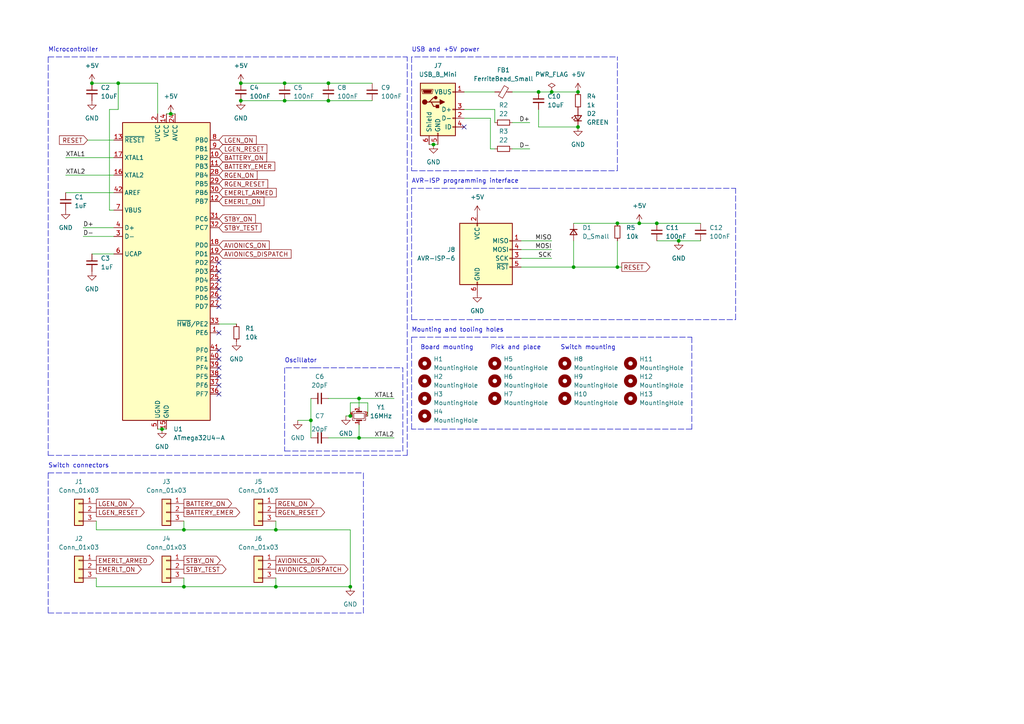
<source format=kicad_sch>
(kicad_sch (version 20211123) (generator eeschema)
  (paper "A4")
  (lib_symbols
    (symbol "Connector:AVR-ISP-6" (pin_names (offset 1.016))
      (property "Reference" "J" (at -6.35 11.43 0))
      (property "Value" "AVR-ISP-6" (at 0 11.43 0))
      (symbol "AVR-ISP-6_0_1"
        (rectangle (start -2.667 -6.858) (end -2.413 -7.62))
        (rectangle (start -2.667 10.16) (end -2.413 9.398))
        (rectangle (start 7.62 -2.413) (end 6.858 -2.667))
        (rectangle (start 7.62 0.127) (end 6.858 -0.127))
        (rectangle (start 7.62 2.667) (end 6.858 2.413))
        (rectangle (start 7.62 5.207) (end 6.858 4.953))
        (rectangle (start 7.62 10.16) (end -7.62 -7.62) (stroke (width 0.254)) (fill (type background)))
      )
      (symbol "AVR-ISP-6_1_1"
        (pin passive line (at 10.16 5.08 180) (length 2.54) (name "MISO") (number "1"))
        (pin passive line (at -2.54 12.7 270) (length 2.54) (name "VCC") (number "2"))
        (pin passive line (at 10.16 0 180) (length 2.54) (name "SCK") (number "3"))
        (pin passive line (at 10.16 2.54 180) (length 2.54) (name "MOSI") (number "4"))
        (pin passive line (at 10.16 -2.54 180) (length 2.54) (name "~{RST}") (number "5"))
        (pin passive line (at -2.54 -10.16 90) (length 2.54) (name "GND") (number "6"))
      )
    )
    (symbol "Connector:USB_B_Mini" (pin_names (offset 1.016))
      (property "Reference" "J" (at -5.08 11.43 0))
      (property "Value" "USB_B_Mini" (at -5.08 8.89 0))
      (symbol "USB_B_Mini_0_1"
        (rectangle (start -5.08 -7.62) (end 5.08 7.62) (stroke (width 0.254)) (fill (type background)))
        (circle (center -3.81 2.159) (radius 0.635) (stroke (width 0.254)) (fill (type outline)))
        (circle (center -0.635 3.429) (radius 0.381) (stroke (width 0.254)) (fill (type outline)))
        (rectangle (start -0.127 -7.62) (end 0.127 -6.858))
        (polyline (pts (xy -1.905 2.159) (xy 0.635 2.159)) (stroke (width 0.254)))
        (polyline (pts (xy -3.175 2.159) (xy -2.54 2.159) (xy -1.27 3.429) (xy -0.635 3.429)) (stroke (width 0.254)))
        (polyline (pts (xy -2.54 2.159) (xy -1.905 2.159) (xy -1.27 0.889) (xy 0 0.889)) (stroke (width 0.254)))
        (polyline (pts (xy 0.635 2.794) (xy 0.635 1.524) (xy 1.905 2.159) (xy 0.635 2.794)) (stroke (width 0.254)) (fill (type outline)))
        (polyline (pts (xy -4.318 5.588) (xy -1.778 5.588) (xy -2.032 4.826) (xy -4.064 4.826) (xy -4.318 5.588)) (fill (type outline)))
        (polyline (pts (xy -4.699 5.842) (xy -4.699 5.588) (xy -4.445 4.826) (xy -4.445 4.572) (xy -1.651 4.572) (xy -1.651 4.826) (xy -1.397 5.588) (xy -1.397 5.842) (xy -4.699 5.842)))
        (rectangle (start 0.254 1.27) (end -0.508 0.508) (stroke (width 0.254)) (fill (type outline)))
        (rectangle (start 5.08 -5.207) (end 4.318 -4.953))
        (rectangle (start 5.08 -2.667) (end 4.318 -2.413))
        (rectangle (start 5.08 -0.127) (end 4.318 0.127))
        (rectangle (start 5.08 4.953) (end 4.318 5.207))
      )
      (symbol "USB_B_Mini_1_1"
        (pin power_out line (at 7.62 5.08 180) (length 2.54) (name "VBUS") (number "1"))
        (pin bidirectional line (at 7.62 -2.54 180) (length 2.54) (name "D-") (number "2"))
        (pin bidirectional line (at 7.62 0 180) (length 2.54) (name "D+") (number "3"))
        (pin passive line (at 7.62 -5.08 180) (length 2.54) (name "ID") (number "4"))
        (pin power_out line (at 0 -10.16 90) (length 2.54) (name "GND") (number "5"))
        (pin passive line (at -2.54 -10.16 90) (length 2.54) (name "Shield") (number "6"))
      )
    )
    (symbol "Connector_Generic:Conn_01x03" (pin_names (offset 1.016) hide)
      (property "Reference" "J" (at 0 5.08 0))
      (property "Value" "Conn_01x03" (at 0 -5.08 0))
      (symbol "Conn_01x03_1_1"
        (rectangle (start -1.27 -2.413) (end 0 -2.667) (stroke (width 0.1524)))
        (rectangle (start -1.27 0.127) (end 0 -0.127) (stroke (width 0.1524)))
        (rectangle (start -1.27 2.667) (end 0 2.413) (stroke (width 0.1524)))
        (rectangle (start -1.27 3.81) (end 1.27 -3.81) (stroke (width 0.254)) (fill (type background)))
        (pin passive line (at -5.08 2.54 0) (length 3.81) (name "Pin_1") (number "1"))
        (pin passive line (at -5.08 0 0) (length 3.81) (name "Pin_2") (number "2"))
        (pin passive line (at -5.08 -2.54 0) (length 3.81) (name "Pin_3") (number "3"))
      )
    )
    (symbol "Device:C_Small" (pin_numbers hide) (pin_names (offset 0.254) hide)
      (property "Reference" "C" (at 0.254 1.778 0))
      (property "Value" "C_Small" (at 0.254 -2.032 0))
      (symbol "C_Small_0_1"
        (polyline (pts (xy -1.524 -0.508) (xy 1.524 -0.508)) (stroke (width 0.3302)))
        (polyline (pts (xy -1.524 0.508) (xy 1.524 0.508)) (stroke (width 0.3048)))
      )
      (symbol "C_Small_1_1"
        (pin passive line (at 0 2.54 270) (length 2.032) (name "~") (number "1"))
        (pin passive line (at 0 -2.54 90) (length 2.032) (name "~") (number "2"))
      )
    )
    (symbol "Device:Crystal_GND24_Small" (pin_names (offset 1.016) hide)
      (property "Reference" "Y" (at 1.27 4.445 0))
      (property "Value" "Crystal_GND24_Small" (at 1.27 2.54 0))
      (symbol "Crystal_GND24_Small_0_1"
        (rectangle (start -0.762 -1.524) (end 0.762 1.524))
        (polyline (pts (xy -1.27 -0.762) (xy -1.27 0.762)) (stroke (width 0.381)))
        (polyline (pts (xy 1.27 -0.762) (xy 1.27 0.762)) (stroke (width 0.381)))
        (polyline (pts (xy -1.27 -1.27) (xy -1.27 -1.905) (xy 1.27 -1.905) (xy 1.27 -1.27)))
        (polyline (pts (xy -1.27 1.27) (xy -1.27 1.905) (xy 1.27 1.905) (xy 1.27 1.27)))
      )
      (symbol "Crystal_GND24_Small_1_1"
        (pin passive line (at -2.54 0 0) (length 1.27) (name "1") (number "1"))
        (pin passive line (at 0 -2.54 90) (length 0.635) (name "2") (number "2"))
        (pin passive line (at 2.54 0 180) (length 1.27) (name "3") (number "3"))
        (pin passive line (at 0 2.54 270) (length 0.635) (name "4") (number "4"))
      )
    )
    (symbol "Device:D_Small" (pin_numbers hide) (pin_names (offset 0.254) hide)
      (property "Reference" "D" (at -1.27 2.032 0))
      (property "Value" "D_Small" (at -3.81 -2.032 0))
      (symbol "D_Small_0_1"
        (polyline (pts (xy -0.762 -1.016) (xy -0.762 1.016)) (stroke (width 0.254)))
        (polyline (pts (xy -0.762 0) (xy 0.762 0)))
        (polyline (pts (xy 0.762 -1.016) (xy -0.762 0) (xy 0.762 1.016) (xy 0.762 -1.016)) (stroke (width 0.254)))
      )
      (symbol "D_Small_1_1"
        (pin passive line (at -2.54 0 0) (length 1.778) (name "K") (number "1"))
        (pin passive line (at 2.54 0 180) (length 1.778) (name "A") (number "2"))
      )
    )
    (symbol "Device:FerriteBead_Small" (pin_numbers hide) (pin_names (offset 0))
      (property "Reference" "FB" (at 1.905 1.27 0))
      (property "Value" "FerriteBead_Small" (at 1.905 -1.27 0))
      (symbol "FerriteBead_Small_0_1"
        (polyline (pts (xy 0 -1.27) (xy 0 -0.7874)))
        (polyline (pts (xy 0 0.889) (xy 0 1.2954)))
        (polyline (pts (xy -1.8288 0.2794) (xy -1.1176 1.4986) (xy 1.8288 -0.2032) (xy 1.1176 -1.4224) (xy -1.8288 0.2794)))
      )
      (symbol "FerriteBead_Small_1_1"
        (pin passive line (at 0 2.54 270) (length 1.27) (name "~") (number "1"))
        (pin passive line (at 0 -2.54 90) (length 1.27) (name "~") (number "2"))
      )
    )
    (symbol "Device:LED_Small" (pin_numbers hide) (pin_names (offset 0.254) hide)
      (property "Reference" "D" (at -1.27 3.175 0))
      (property "Value" "LED_Small" (at -4.445 -2.54 0))
      (symbol "LED_Small_0_1"
        (polyline (pts (xy -0.762 -1.016) (xy -0.762 1.016)) (stroke (width 0.254)))
        (polyline (pts (xy 1.016 0) (xy -0.762 0)))
        (polyline (pts (xy 0.762 -1.016) (xy -0.762 0) (xy 0.762 1.016) (xy 0.762 -1.016)) (stroke (width 0.254)))
        (polyline (pts (xy 0 0.762) (xy -0.508 1.27) (xy -0.254 1.27) (xy -0.508 1.27) (xy -0.508 1.016)))
        (polyline (pts (xy 0.508 1.27) (xy 0 1.778) (xy 0.254 1.778) (xy 0 1.778) (xy 0 1.524)))
      )
      (symbol "LED_Small_1_1"
        (pin passive line (at -2.54 0 0) (length 1.778) (name "K") (number "1"))
        (pin passive line (at 2.54 0 180) (length 1.778) (name "A") (number "2"))
      )
    )
    (symbol "Device:R_Small" (pin_numbers hide) (pin_names (offset 0.254) hide)
      (property "Reference" "R" (at 0.762 0.508 0))
      (property "Value" "R_Small" (at 0.762 -1.016 0))
      (symbol "R_Small_0_1"
        (rectangle (start -0.762 1.778) (end 0.762 -1.778) (stroke (width 0.2032)))
      )
      (symbol "R_Small_1_1"
        (pin passive line (at 0 2.54 270) (length 0.762) (name "~") (number "1"))
        (pin passive line (at 0 -2.54 90) (length 0.762) (name "~") (number "2"))
      )
    )
    (symbol "MCU_Microchip_ATmega:ATmega32U4-A"
      (property "Reference" "U" (at -12.7 44.45 0))
      (property "Value" "ATmega32U4-A" (at 2.54 -44.45 0))
      (symbol "ATmega32U4-A_0_1"
        (rectangle (start -12.7 -43.18) (end 12.7 43.18) (stroke (width 0.254)) (fill (type background)))
      )
      (symbol "ATmega32U4-A_1_1"
        (pin bidirectional line (at 15.24 -17.78 180) (length 2.54) (name "PE6") (number "1"))
        (pin bidirectional line (at 15.24 33.02 180) (length 2.54) (name "PB2") (number "10"))
        (pin bidirectional line (at 15.24 30.48 180) (length 2.54) (name "PB3") (number "11"))
        (pin bidirectional line (at 15.24 20.32 180) (length 2.54) (name "PB7") (number "12"))
        (pin input line (at -15.24 38.1 0) (length 2.54) (name "~{RESET}") (number "13"))
        (pin power_in line (at 0 45.72 270) (length 2.54) (name "VCC") (number "14"))
        (pin power_in line (at 0 -45.72 90) (length 2.54) (name "GND") (number "15"))
        (pin output line (at -15.24 27.94 0) (length 2.54) (name "XTAL2") (number "16"))
        (pin input line (at -15.24 33.02 0) (length 2.54) (name "XTAL1") (number "17"))
        (pin bidirectional line (at 15.24 7.62 180) (length 2.54) (name "PD0") (number "18"))
        (pin bidirectional line (at 15.24 5.08 180) (length 2.54) (name "PD1") (number "19"))
        (pin power_in line (at -2.54 45.72 270) (length 2.54) (name "UVCC") (number "2"))
        (pin bidirectional line (at 15.24 2.54 180) (length 2.54) (name "PD2") (number "20"))
        (pin bidirectional line (at 15.24 0 180) (length 2.54) (name "PD3") (number "21"))
        (pin bidirectional line (at 15.24 -5.08 180) (length 2.54) (name "PD5") (number "22"))
        (pin passive line (at 0 -45.72 90) (length 2.54) hide (name "GND") (number "23"))
        (pin power_in line (at 2.54 45.72 270) (length 2.54) (name "AVCC") (number "24"))
        (pin bidirectional line (at 15.24 -2.54 180) (length 2.54) (name "PD4") (number "25"))
        (pin bidirectional line (at 15.24 -7.62 180) (length 2.54) (name "PD6") (number "26"))
        (pin bidirectional line (at 15.24 -10.16 180) (length 2.54) (name "PD7") (number "27"))
        (pin bidirectional line (at 15.24 27.94 180) (length 2.54) (name "PB4") (number "28"))
        (pin bidirectional line (at 15.24 25.4 180) (length 2.54) (name "PB5") (number "29"))
        (pin bidirectional line (at -15.24 10.16 0) (length 2.54) (name "D-") (number "3"))
        (pin bidirectional line (at 15.24 22.86 180) (length 2.54) (name "PB6") (number "30"))
        (pin bidirectional line (at 15.24 15.24 180) (length 2.54) (name "PC6") (number "31"))
        (pin bidirectional line (at 15.24 12.7 180) (length 2.54) (name "PC7") (number "32"))
        (pin bidirectional line (at 15.24 -15.24 180) (length 2.54) (name "~{HWB}/PE2") (number "33"))
        (pin passive line (at 0 45.72 270) (length 2.54) hide (name "VCC") (number "34"))
        (pin passive line (at 0 -45.72 90) (length 2.54) hide (name "GND") (number "35"))
        (pin bidirectional line (at 15.24 -35.56 180) (length 2.54) (name "PF7") (number "36"))
        (pin bidirectional line (at 15.24 -33.02 180) (length 2.54) (name "PF6") (number "37"))
        (pin bidirectional line (at 15.24 -30.48 180) (length 2.54) (name "PF5") (number "38"))
        (pin bidirectional line (at 15.24 -27.94 180) (length 2.54) (name "PF4") (number "39"))
        (pin bidirectional line (at -15.24 12.7 0) (length 2.54) (name "D+") (number "4"))
        (pin bidirectional line (at 15.24 -25.4 180) (length 2.54) (name "PF1") (number "40"))
        (pin bidirectional line (at 15.24 -22.86 180) (length 2.54) (name "PF0") (number "41"))
        (pin passive line (at -15.24 22.86 0) (length 2.54) (name "AREF") (number "42"))
        (pin passive line (at 0 -45.72 90) (length 2.54) hide (name "GND") (number "43"))
        (pin passive line (at 2.54 45.72 270) (length 2.54) hide (name "AVCC") (number "44"))
        (pin passive line (at -2.54 -45.72 90) (length 2.54) (name "UGND") (number "5"))
        (pin passive line (at -15.24 5.08 0) (length 2.54) (name "UCAP") (number "6"))
        (pin input line (at -15.24 17.78 0) (length 2.54) (name "VBUS") (number "7"))
        (pin bidirectional line (at 15.24 38.1 180) (length 2.54) (name "PB0") (number "8"))
        (pin bidirectional line (at 15.24 35.56 180) (length 2.54) (name "PB1") (number "9"))
      )
    )
    (symbol "Mechanical:MountingHole" (pin_names (offset 1.016))
      (property "Reference" "H" (at 0 5.08 0))
      (property "Value" "MountingHole" (at 0 3.175 0))
      (symbol "MountingHole_0_1"
        (circle (center 0 0) (radius 1.27) (stroke (width 1.27)))
      )
    )
    (symbol "power:+5V" (power) (pin_names (offset 0))
      (property "Value" "+5V" (at 0 3.556 0))
      (symbol "+5V_0_1"
        (polyline (pts (xy -0.762 1.27) (xy 0 2.54)))
        (polyline (pts (xy 0 0) (xy 0 2.54)))
        (polyline (pts (xy 0 2.54) (xy 0.762 1.27)))
      )
      (symbol "+5V_1_1"
        (pin power_in line (at 0 0 90) (length 0) hide (name "+5V") (number "1"))
      )
    )
    (symbol "power:GND" (power) (pin_names (offset 0))
      (property "Value" "GND" (at 0 -3.81 0))
      (symbol "GND_0_1"
        (polyline (pts (xy 0 0) (xy 0 -1.27) (xy 1.27 -1.27) (xy 0 -2.54) (xy -1.27 -1.27) (xy 0 -1.27)))
      )
      (symbol "GND_1_1"
        (pin power_in line (at 0 0 270) (length 0) hide (name "GND") (number "1"))
      )
    )
    (symbol "power:PWR_FLAG" (power) (pin_numbers hide) (pin_names (offset 0) hide)
      (property "Value" "PWR_FLAG" (at 0 3.81 0))
      (symbol "PWR_FLAG_0_0"
        (pin power_out line (at 0 0 90) (length 0) (name "pwr") (number "1"))
      )
      (symbol "PWR_FLAG_0_1"
        (polyline (pts (xy 0 0) (xy 0 1.27) (xy -1.016 1.905) (xy 0 2.54) (xy 1.016 1.905) (xy 0 1.27)))
      )
    )
  )
  (junction (at 95.25 24.13))
  (junction (at 104.14 127))
  (junction (at 82.55 29.21))
  (junction (at 185.42 64.77))
  (junction (at 90.17 121.92))
  (junction (at 95.25 29.21))
  (junction (at 166.37 77.47))
  (junction (at 53.34 153.67))
  (junction (at 156.21 26.67))
  (junction (at 125.73 41.91))
  (junction (at 190.5 64.77))
  (junction (at 26.67 24.13))
  (junction (at 196.85 69.85))
  (junction (at 69.85 29.21))
  (junction (at 104.14 115.57))
  (junction (at 179.07 64.77))
  (junction (at 49.53 33.02))
  (junction (at 34.29 24.13))
  (junction (at 167.64 26.67))
  (junction (at 80.01 153.67))
  (junction (at 82.55 24.13))
  (junction (at 80.01 170.18))
  (junction (at 167.64 36.83))
  (junction (at 69.85 24.13))
  (junction (at 160.02 26.67))
  (junction (at 179.07 77.47))
  (junction (at 53.34 170.18))
  (junction (at 101.6 120.65))
  (junction (at 101.6 170.18))
  (junction (at 46.99 124.46))
  (no_connect (at 134.62 36.83))
  (no_connect (at 63.5 78.74))
  (no_connect (at 63.5 81.28))
  (no_connect (at 63.5 86.36))
  (no_connect (at 63.5 88.9))
  (no_connect (at 63.5 96.52))
  (no_connect (at 63.5 83.82))
  (no_connect (at 63.5 101.6))
  (no_connect (at 63.5 104.14))
  (no_connect (at 63.5 106.68))
  (no_connect (at 63.5 109.22))
  (no_connect (at 63.5 111.76))
  (no_connect (at 63.5 114.3))
  (no_connect (at 63.5 76.2))
  (polyline (pts (xy 154.94 54.61) (xy 119.38 54.61)))
  (polyline (pts (xy 13.97 16.51) (xy 118.11 16.51)))
  (wire (pts (xy 53.34 153.67) (xy 80.01 153.67)))
  (wire (pts (xy 104.14 118.11) (xy 104.14 115.57)))
  (wire (pts (xy 179.07 64.77) (xy 185.42 64.77)))
  (wire (pts (xy 27.94 170.18) (xy 53.34 170.18)))
  (wire (pts (xy 80.01 153.67) (xy 101.6 153.67)))
  (polyline (pts (xy 154.94 54.61) (xy 213.36 54.61)))
  (wire (pts (xy 166.37 64.77) (xy 179.07 64.77)))
  (wire (pts (xy 19.05 55.88) (xy 33.02 55.88)))
  (wire (pts (xy 134.62 26.67) (xy 143.51 26.67)))
  (wire (pts (xy 151.13 77.47) (xy 166.37 77.47)))
  (wire (pts (xy 134.62 31.75) (xy 143.51 31.75)))
  (wire (pts (xy 142.24 43.18) (xy 143.51 43.18)))
  (wire (pts (xy 19.05 45.72) (xy 33.02 45.72)))
  (polyline (pts (xy 118.11 132.08) (xy 118.11 16.51)))
  (wire (pts (xy 33.02 60.96) (xy 31.75 60.96)))
  (polyline (pts (xy 13.97 16.51) (xy 13.97 132.08)))
  (wire (pts (xy 27.94 153.67) (xy 53.34 153.67)))
  (polyline (pts (xy 13.97 177.8) (xy 105.41 177.8)))
  (polyline (pts (xy 13.97 137.16) (xy 13.97 177.8)))
  (wire (pts (xy 101.6 116.84) (xy 101.6 120.65)))
  (wire (pts (xy 134.62 34.29) (xy 142.24 34.29)))
  (wire (pts (xy 190.5 69.85) (xy 196.85 69.85)))
  (wire (pts (xy 101.6 153.67) (xy 101.6 170.18)))
  (wire (pts (xy 34.29 31.75) (xy 31.75 31.75)))
  (wire (pts (xy 48.26 33.02) (xy 49.53 33.02)))
  (wire (pts (xy 143.51 35.56) (xy 143.51 31.75)))
  (wire (pts (xy 45.72 124.46) (xy 46.99 124.46)))
  (wire (pts (xy 160.02 26.67) (xy 167.64 26.67)))
  (wire (pts (xy 69.85 24.13) (xy 82.55 24.13)))
  (wire (pts (xy 151.13 74.93) (xy 160.02 74.93)))
  (wire (pts (xy 27.94 167.64) (xy 27.94 170.18)))
  (wire (pts (xy 104.14 123.19) (xy 104.14 127)))
  (wire (pts (xy 148.59 26.67) (xy 156.21 26.67)))
  (wire (pts (xy 19.05 50.8) (xy 33.02 50.8)))
  (wire (pts (xy 151.13 72.39) (xy 160.02 72.39)))
  (wire (pts (xy 25.4 40.64) (xy 33.02 40.64)))
  (polyline (pts (xy 133.35 16.51) (xy 119.38 16.51)))
  (polyline (pts (xy 82.55 106.68) (xy 82.55 130.81)))
  (wire (pts (xy 69.85 29.21) (xy 82.55 29.21)))
  (wire (pts (xy 179.07 77.47) (xy 180.34 77.47)))
  (polyline (pts (xy 200.66 124.46) (xy 119.38 124.46)))
  (polyline (pts (xy 13.97 137.16) (xy 105.41 137.16)))
  (polyline (pts (xy 133.35 16.51) (xy 179.07 16.51)))
  (wire (pts (xy 90.17 115.57) (xy 90.17 121.92)))
  (wire (pts (xy 100.33 120.65) (xy 101.6 120.65)))
  (wire (pts (xy 27.94 151.13) (xy 27.94 153.67)))
  (polyline (pts (xy 91.44 106.68) (xy 116.84 106.68)))
  (wire (pts (xy 49.53 33.02) (xy 50.8 33.02)))
  (wire (pts (xy 104.14 127) (xy 114.3 127)))
  (wire (pts (xy 196.85 69.85) (xy 203.2 69.85)))
  (polyline (pts (xy 119.38 97.79) (xy 200.66 97.79)))
  (polyline (pts (xy 200.66 97.79) (xy 200.66 124.46)))
  (wire (pts (xy 26.67 73.66) (xy 33.02 73.66)))
  (wire (pts (xy 148.59 35.56) (xy 153.67 35.56)))
  (wire (pts (xy 142.24 34.29) (xy 142.24 43.18)))
  (polyline (pts (xy 119.38 124.46) (xy 119.38 119.38)))
  (wire (pts (xy 80.01 170.18) (xy 101.6 170.18)))
  (wire (pts (xy 45.72 24.13) (xy 34.29 24.13)))
  (wire (pts (xy 45.72 33.02) (xy 45.72 24.13)))
  (wire (pts (xy 156.21 31.75) (xy 156.21 36.83)))
  (wire (pts (xy 166.37 77.47) (xy 179.07 77.47)))
  (wire (pts (xy 63.5 93.98) (xy 68.58 93.98)))
  (wire (pts (xy 104.14 127) (xy 95.25 127)))
  (wire (pts (xy 82.55 29.21) (xy 95.25 29.21)))
  (wire (pts (xy 106.68 116.84) (xy 101.6 116.84)))
  (polyline (pts (xy 119.38 49.53) (xy 179.07 49.53)))
  (wire (pts (xy 156.21 36.83) (xy 167.64 36.83)))
  (wire (pts (xy 24.13 66.04) (xy 33.02 66.04)))
  (wire (pts (xy 46.99 124.46) (xy 48.26 124.46)))
  (polyline (pts (xy 213.36 92.71) (xy 213.36 54.61)))
  (wire (pts (xy 95.25 24.13) (xy 107.95 24.13)))
  (wire (pts (xy 34.29 24.13) (xy 34.29 31.75)))
  (wire (pts (xy 53.34 170.18) (xy 53.34 167.64)))
  (wire (pts (xy 95.25 115.57) (xy 104.14 115.57)))
  (wire (pts (xy 166.37 69.85) (xy 166.37 77.47)))
  (wire (pts (xy 31.75 31.75) (xy 31.75 60.96)))
  (wire (pts (xy 34.29 24.13) (xy 26.67 24.13)))
  (wire (pts (xy 156.21 26.67) (xy 160.02 26.67)))
  (wire (pts (xy 124.46 41.91) (xy 125.73 41.91)))
  (wire (pts (xy 125.73 41.91) (xy 127 41.91)))
  (polyline (pts (xy 119.38 54.61) (xy 119.38 92.71)))
  (polyline (pts (xy 105.41 177.8) (xy 105.41 137.16)))
  (polyline (pts (xy 119.38 16.51) (xy 119.38 49.53)))
  (wire (pts (xy 106.68 120.65) (xy 106.68 116.84)))
  (wire (pts (xy 90.17 121.92) (xy 90.17 127)))
  (wire (pts (xy 179.07 69.85) (xy 179.07 77.47)))
  (wire (pts (xy 80.01 167.64) (xy 80.01 170.18)))
  (polyline (pts (xy 13.97 132.08) (xy 118.11 132.08)))
  (polyline (pts (xy 82.55 130.81) (xy 116.84 130.81)))
  (wire (pts (xy 190.5 64.77) (xy 203.2 64.77)))
  (polyline (pts (xy 91.44 106.68) (xy 82.55 106.68)))
  (polyline (pts (xy 116.84 130.81) (xy 116.84 106.68)))
  (wire (pts (xy 80.01 170.18) (xy 53.34 170.18)))
  (wire (pts (xy 24.13 68.58) (xy 33.02 68.58)))
  (wire (pts (xy 95.25 29.21) (xy 107.95 29.21)))
  (wire (pts (xy 53.34 151.13) (xy 53.34 153.67)))
  (wire (pts (xy 82.55 24.13) (xy 95.25 24.13)))
  (wire (pts (xy 151.13 69.85) (xy 160.02 69.85)))
  (wire (pts (xy 80.01 151.13) (xy 80.01 153.67)))
  (wire (pts (xy 104.14 115.57) (xy 114.3 115.57)))
  (wire (pts (xy 86.36 121.92) (xy 90.17 121.92)))
  (wire (pts (xy 148.59 43.18) (xy 153.67 43.18)))
  (polyline (pts (xy 119.38 92.71) (xy 213.36 92.71)))
  (polyline (pts (xy 119.38 97.79) (xy 119.38 120.65)))
  (wire (pts (xy 185.42 64.77) (xy 190.5 64.77)))
  (polyline (pts (xy 179.07 49.53) (xy 179.07 16.51)))
  (text "Pick and place" (at 142.24 101.6 0) (effects (font (size 1.27 1.27)) (justify left bottom)))
  (text "AVR-ISP programming interface" (at 119.38 53.34 0) (effects (font (size 1.27 1.27)) (justify left bottom)))
  (text "Switch mounting" (at 162.56 101.6 0) (effects (font (size 1.27 1.27)) (justify left bottom)))
  (text "Board mounting" (at 121.92 101.6 0) (effects (font (size 1.27 1.27)) (justify left bottom)))
  (text "Microcontroller" (at 13.97 15.24 0) (effects (font (size 1.27 1.27)) (justify left bottom)))
  (text "Oscillator" (at 82.55 105.41 0) (effects (font (size 1.27 1.27)) (justify left bottom)))
  (text "Switch connectors" (at 13.97 135.89 0) (effects (font (size 1.27 1.27)) (justify left bottom)))
  (text "Mounting and tooling holes" (at 119.38 96.52 0) (effects (font (size 1.27 1.27)) (justify left bottom)))
  (text "USB and +5V power" (at 119.38 15.24 0) (effects (font (size 1.27 1.27)) (justify left bottom)))
  (label "XTAL1" (at 19.05 45.72 0))
  (label "MOSI" (at 160.02 72.39 180))
  (label "D-" (at 153.67 43.18 180))
  (label "XTAL2" (at 114.3 127 180))
  (label "SCK" (at 160.02 74.93 180))
  (label "D+" (at 24.13 66.04 0))
  (label "D+" (at 153.67 35.56 180))
  (label "XTAL2" (at 19.05 50.8 0))
  (label "D-" (at 24.13 68.58 0))
  (label "MISO" (at 160.02 69.85 180))
  (label "XTAL1" (at 114.3 115.57 180))
  (global_label "LGEN_ON" (shape input) (at 63.5 40.64 0) (property "Intersheet References" "${INTERSHEET_REFS}" (effects hide)))
  (global_label "STBY_TEST" (shape input) (at 63.5 66.04 0) (property "Intersheet References" "${INTERSHEET_REFS}" (effects hide)))
  (global_label "BATTERY_EMER" (shape output) (at 53.34 148.59 0) (property "Intersheet References" "${INTERSHEET_REFS}" (effects hide)))
  (global_label "STBY_ON" (shape output) (at 53.34 162.56 0) (property "Intersheet References" "${INTERSHEET_REFS}" (effects hide)))
  (global_label "STBY_ON" (shape input) (at 63.5 63.5 0) (property "Intersheet References" "${INTERSHEET_REFS}" (effects hide)))
  (global_label "LGEN_RESET" (shape input) (at 63.5 43.18 0) (property "Intersheet References" "${INTERSHEET_REFS}" (effects hide)))
  (global_label "LGEN_ON" (shape output) (at 27.94 146.05 0) (property "Intersheet References" "${INTERSHEET_REFS}" (effects hide)))
  (global_label "STBY_TEST" (shape output) (at 53.34 165.1 0) (property "Intersheet References" "${INTERSHEET_REFS}" (effects hide)))
  (global_label "EMERLT_ARMED" (shape output) (at 27.94 162.56 0) (property "Intersheet References" "${INTERSHEET_REFS}" (effects hide)))
  (global_label "RGEN_ON" (shape input) (at 63.5 50.8 0) (property "Intersheet References" "${INTERSHEET_REFS}" (effects hide)))
  (global_label "RGEN_RESET" (shape input) (at 63.5 53.34 0) (property "Intersheet References" "${INTERSHEET_REFS}" (effects hide)))
  (global_label "RESET" (shape input) (at 25.4 40.64 180) (property "Intersheet References" "${INTERSHEET_REFS}" (effects hide)))
  (global_label "EMERLT_ARMED" (shape input) (at 63.5 55.88 0) (property "Intersheet References" "${INTERSHEET_REFS}" (effects hide)))
  (global_label "BATTERY_ON" (shape input) (at 63.5 45.72 0) (property "Intersheet References" "${INTERSHEET_REFS}" (effects hide)))
  (global_label "LGEN_RESET" (shape output) (at 27.94 148.59 0) (property "Intersheet References" "${INTERSHEET_REFS}" (effects hide)))
  (global_label "RESET" (shape output) (at 180.34 77.47 0) (property "Intersheet References" "${INTERSHEET_REFS}" (effects hide)))
  (global_label "RGEN_RESET" (shape output) (at 80.01 148.59 0) (property "Intersheet References" "${INTERSHEET_REFS}" (effects hide)))
  (global_label "BATTERY_EMER" (shape input) (at 63.5 48.26 0) (property "Intersheet References" "${INTERSHEET_REFS}" (effects hide)))
  (global_label "BATTERY_ON" (shape output) (at 53.34 146.05 0) (property "Intersheet References" "${INTERSHEET_REFS}" (effects hide)))
  (global_label "AVIONICS_DISPATCH" (shape input) (at 63.5 73.66 0) (property "Intersheet References" "${INTERSHEET_REFS}" (effects hide)))
  (global_label "AVIONICS_ON" (shape input) (at 63.5 71.12 0) (property "Intersheet References" "${INTERSHEET_REFS}" (effects hide)))
  (global_label "EMERLT_ON" (shape output) (at 27.94 165.1 0) (property "Intersheet References" "${INTERSHEET_REFS}" (effects hide)))
  (global_label "AVIONICS_DISPATCH" (shape output) (at 80.01 165.1 0) (property "Intersheet References" "${INTERSHEET_REFS}" (effects hide)))
  (global_label "AVIONICS_ON" (shape output) (at 80.01 162.56 0) (property "Intersheet References" "${INTERSHEET_REFS}" (effects hide)))
  (global_label "EMERLT_ON" (shape input) (at 63.5 58.42 0) (property "Intersheet References" "${INTERSHEET_REFS}" (effects hide)))
  (global_label "RGEN_ON" (shape output) (at 80.01 146.05 0) (property "Intersheet References" "${INTERSHEET_REFS}" (effects hide)))
  (symbol (lib_id "power:+5V") (at 69.85 24.13 0) (unit 1)
    (property "Reference" "#PWR08" (effects hide))
    (property "Value" "+5V" (at 69.85 19.05 0))
  )
  (symbol (lib_id "Mechanical:MountingHole") (at 123.19 115.57 0) (unit 1)
    (property "Reference" "H3" (at 125.73 114.2999 0) (effects (justify left)))
    (property "Value" "MountingHole" (at 125.73 116.8399 0) (effects (justify left)))
    (property "Footprint" "MountingHole:MountingHole_3.2mm_M3" (effects hide))
  )
  (symbol (lib_id "Device:C_Small") (at 19.05 58.42 0) (unit 1)
    (property "Reference" "C1" (at 21.59 57.1562 0) (effects (justify left)))
    (property "Value" "1uF" (at 21.59 59.6962 0) (effects (justify left)))
    (property "Footprint" "CJ4-Electrical-Panel:Perfect_0402" (effects hide))
  )
  (symbol (lib_id "Device:R_Small") (at 146.05 35.56 90) (unit 1)
    (property "Reference" "R2" (at 146.05 30.48 90))
    (property "Value" "22" (at 146.05 33.02 90))
    (property "Footprint" "CJ4-Electrical-Panel:Perfect_0402" (effects hide))
  )
  (symbol (lib_id "Device:C_Small") (at 107.95 26.67 0) (unit 1)
    (property "Reference" "C9" (at 110.49 25.4062 0) (effects (justify left)))
    (property "Value" "100nF" (at 110.49 27.9462 0) (effects (justify left)))
    (property "Footprint" "CJ4-Electrical-Panel:Perfect_0402" (effects hide))
  )
  (symbol (lib_id "Mechanical:MountingHole") (at 182.88 110.49 0) (unit 1)
    (property "Reference" "H12" (at 185.42 109.2199 0) (effects (justify left)))
    (property "Value" "MountingHole" (at 185.42 111.7599 0) (effects (justify left)))
    (property "Footprint" "CJ4-Electrical-Panel:MiniToggleSPDT_screw_mount" (effects hide))
  )
  (symbol (lib_id "power:+5V") (at 49.53 33.02 0) (unit 1)
    (property "Reference" "#PWR06" (effects hide))
    (property "Value" "+5V" (at 49.53 27.94 0))
  )
  (symbol (lib_id "Mechanical:MountingHole") (at 143.51 105.41 0) (unit 1)
    (property "Reference" "H5" (at 146.05 104.1399 0) (effects (justify left)))
    (property "Value" "MountingHole" (at 146.05 106.6799 0) (effects (justify left)))
    (property "Footprint" "CJ4-Electrical-Panel:JLCPCB_Tooling_Hole" (effects hide))
  )
  (symbol (lib_id "Mechanical:MountingHole") (at 182.88 115.57 0) (unit 1)
    (property "Reference" "H13" (at 185.42 114.2999 0) (effects (justify left)))
    (property "Value" "MountingHole" (at 185.42 116.8399 0) (effects (justify left)))
    (property "Footprint" "CJ4-Electrical-Panel:MiniToggleSPDT_screw_mount" (effects hide))
  )
  (symbol (lib_id "power:GND") (at 101.6 170.18 0) (unit 1)
    (property "Reference" "#PWR012" (effects hide))
    (property "Value" "GND" (at 101.6 175.26 0))
  )
  (symbol (lib_id "MCU_Microchip_ATmega:ATmega32U4-A") (at 48.26 78.74 0) (unit 1)
    (property "Reference" "U1" (at 50.2794 124.46 0) (effects (justify left)))
    (property "Value" "ATmega32U4-A" (at 50.2794 127 0) (effects (justify left)))
    (property "Footprint" "Package_QFP:TQFP-44_10x10mm_P0.8mm" (effects hide))
    (property "Datasheet" "http://ww1.microchip.com/downloads/en/DeviceDoc/Atmel-7766-8-bit-AVR-ATmega16U4-32U4_Datasheet.pdf" (effects hide))
  )
  (symbol (lib_id "power:GND") (at 69.85 29.21 0) (unit 1)
    (property "Reference" "#PWR09" (effects hide))
    (property "Value" "GND" (at 69.85 34.29 0))
  )
  (symbol (lib_id "Mechanical:MountingHole") (at 143.51 110.49 0) (unit 1)
    (property "Reference" "H6" (at 146.05 109.2199 0) (effects (justify left)))
    (property "Value" "MountingHole" (at 146.05 111.7599 0) (effects (justify left)))
    (property "Footprint" "CJ4-Electrical-Panel:JLCPCB_Tooling_Hole" (effects hide))
  )
  (symbol (lib_id "power:+5V") (at 167.64 26.67 0) (unit 1)
    (property "Reference" "#PWR016" (effects hide))
    (property "Value" "+5V" (at 167.64 21.59 0))
  )
  (symbol (lib_id "power:+5V") (at 26.67 24.13 0) (unit 1)
    (property "Reference" "#PWR02" (effects hide))
    (property "Value" "+5V" (at 26.67 19.05 0))
  )
  (symbol (lib_id "Device:R_Small") (at 146.05 43.18 90) (unit 1)
    (property "Reference" "R3" (at 146.05 38.1 90))
    (property "Value" "22" (at 146.05 40.64 90))
    (property "Footprint" "CJ4-Electrical-Panel:Perfect_0402" (effects hide))
  )
  (symbol (lib_id "Device:C_Small") (at 82.55 26.67 0) (unit 1)
    (property "Reference" "C5" (at 85.09 25.4062 0) (effects (justify left)))
    (property "Value" "100nF" (at 85.09 27.9462 0) (effects (justify left)))
    (property "Footprint" "CJ4-Electrical-Panel:Perfect_0402" (effects hide))
  )
  (symbol (lib_id "Device:R_Small") (at 68.58 96.52 0) (unit 1)
    (property "Reference" "R1" (at 71.12 95.2499 0) (effects (justify left)))
    (property "Value" "10k" (at 71.12 97.7899 0) (effects (justify left)))
    (property "Footprint" "CJ4-Electrical-Panel:Perfect_0402" (effects hide))
  )
  (symbol (lib_id "Connector_Generic:Conn_01x03") (at 48.26 148.59 0) (mirror y) (unit 1)
    (property "Reference" "J3" (at 48.26 139.7 0))
    (property "Value" "Conn_01x03" (at 48.26 142.24 0))
    (property "Footprint" "Connector_JST:JST_XH_B3B-XH-AM_1x03_P2.50mm_Vertical" (effects hide))
  )
  (symbol (lib_id "power:+5V") (at 138.43 62.23 0) (unit 1)
    (property "Reference" "#PWR014" (effects hide))
    (property "Value" "+5V" (at 138.43 57.15 0))
  )
  (symbol (lib_id "Device:C_Small") (at 95.25 26.67 0) (unit 1)
    (property "Reference" "C8" (at 97.79 25.4062 0) (effects (justify left)))
    (property "Value" "100nF" (at 97.79 27.9462 0) (effects (justify left)))
    (property "Footprint" "CJ4-Electrical-Panel:Perfect_0402" (effects hide))
  )
  (symbol (lib_id "power:GND") (at 125.73 41.91 0) (unit 1)
    (property "Reference" "#PWR013" (effects hide))
    (property "Value" "GND" (at 125.73 46.99 0))
  )
  (symbol (lib_id "power:+5V") (at 185.42 64.77 0) (unit 1)
    (property "Reference" "#PWR018" (effects hide))
    (property "Value" "+5V" (at 185.42 59.69 0))
  )
  (symbol (lib_id "power:GND") (at 26.67 29.21 0) (unit 1)
    (property "Reference" "#PWR03" (effects hide))
    (property "Value" "GND" (at 26.67 34.29 0))
  )
  (symbol (lib_id "power:PWR_FLAG") (at 160.02 26.67 0) (unit 1)
    (property "Reference" "#FLG01" (effects hide))
    (property "Value" "PWR_FLAG" (at 160.02 21.59 0))
  )
  (symbol (lib_id "power:GND") (at 46.99 124.46 0) (unit 1)
    (property "Reference" "#PWR05" (effects hide))
    (property "Value" "GND" (at 46.99 129.54 0))
  )
  (symbol (lib_id "Device:C_Small") (at 69.85 26.67 0) (unit 1)
    (property "Reference" "C4" (at 72.39 25.4062 0) (effects (justify left)))
    (property "Value" "100nF" (at 72.39 27.9462 0) (effects (justify left)))
    (property "Footprint" "CJ4-Electrical-Panel:Perfect_0402" (effects hide))
  )
  (symbol (lib_id "Device:C_Small") (at 92.71 115.57 90) (unit 1)
    (property "Reference" "C6" (at 92.7163 109.22 90))
    (property "Value" "20pF" (at 92.7163 111.76 90))
    (property "Footprint" "CJ4-Electrical-Panel:Perfect_0402" (effects hide))
  )
  (symbol (lib_id "power:GND") (at 100.33 120.65 0) (unit 1)
    (property "Reference" "#PWR011" (effects hide))
    (property "Value" "GND" (at 100.33 125.73 0))
  )
  (symbol (lib_id "Mechanical:MountingHole") (at 163.83 110.49 0) (unit 1)
    (property "Reference" "H9" (at 166.37 109.2199 0) (effects (justify left)))
    (property "Value" "MountingHole" (at 166.37 111.7599 0) (effects (justify left)))
    (property "Footprint" "CJ4-Electrical-Panel:MiniToggleSPDT_screw_mount" (effects hide))
  )
  (symbol (lib_id "Mechanical:MountingHole") (at 163.83 105.41 0) (unit 1)
    (property "Reference" "H8" (at 166.37 104.1399 0) (effects (justify left)))
    (property "Value" "MountingHole" (at 166.37 106.6799 0) (effects (justify left)))
    (property "Footprint" "CJ4-Electrical-Panel:MiniToggleSPDT_screw_mount" (effects hide))
  )
  (symbol (lib_id "Connector_Generic:Conn_01x03") (at 22.86 148.59 0) (mirror y) (unit 1)
    (property "Reference" "J1" (at 22.86 139.7 0))
    (property "Value" "Conn_01x03" (at 22.86 142.24 0))
    (property "Footprint" "Connector_JST:JST_XH_B3B-XH-AM_1x03_P2.50mm_Vertical" (effects hide))
  )
  (symbol (lib_id "Connector:USB_B_Mini") (at 127 31.75 0) (unit 1)
    (property "Reference" "J7" (at 127 19.05 0))
    (property "Value" "USB_B_Mini" (at 127 21.59 0))
  )
  (symbol (lib_id "Connector_Generic:Conn_01x03") (at 22.86 165.1 0) (mirror y) (unit 1)
    (property "Reference" "J2" (at 22.86 156.21 0))
    (property "Value" "Conn_01x03" (at 22.86 158.75 0))
    (property "Footprint" "Connector_JST:JST_XH_B3B-XH-AM_1x03_P2.50mm_Vertical" (effects hide))
  )
  (symbol (lib_id "Device:C_Small") (at 190.5 67.31 0) (unit 1)
    (property "Reference" "C11" (at 193.04 66.0462 0) (effects (justify left)))
    (property "Value" "100nF" (at 193.04 68.5862 0) (effects (justify left)))
    (property "Footprint" "CJ4-Electrical-Panel:Perfect_0402" (effects hide))
  )
  (symbol (lib_id "Device:LED_Small") (at 167.64 34.29 90) (unit 1)
    (property "Reference" "D2" (at 170.18 32.9564 90) (effects (justify right)))
    (property "Value" "GREEN" (at 170.18 35.4964 90) (effects (justify right)))
    (property "Footprint" "LED_SMD:LED_0805_2012Metric_Pad1.15x1.40mm_HandSolder" (effects hide))
  )
  (symbol (lib_id "power:GND") (at 26.67 78.74 0) (unit 1)
    (property "Reference" "#PWR04" (effects hide))
    (property "Value" "GND" (at 26.67 83.82 0))
  )
  (symbol (lib_id "Device:R_Small") (at 179.07 67.31 0) (unit 1)
    (property "Reference" "R5" (at 181.61 66.0399 0) (effects (justify left)))
    (property "Value" "10k" (at 181.61 68.5799 0) (effects (justify left)))
    (property "Footprint" "CJ4-Electrical-Panel:Perfect_0402" (effects hide))
  )
  (symbol (lib_id "Device:FerriteBead_Small") (at 146.05 26.67 90) (unit 1)
    (property "Reference" "FB1" (at 146.0119 20.32 90))
    (property "Value" "FerriteBead_Small" (at 146.0119 22.86 90))
    (property "Footprint" "Capacitor_SMD:C_0805_2012Metric" (effects hide))
  )
  (symbol (lib_id "power:GND") (at 68.58 99.06 0) (unit 1)
    (property "Reference" "#PWR07" (effects hide))
    (property "Value" "GND" (at 68.58 104.14 0))
  )
  (symbol (lib_id "Mechanical:MountingHole") (at 163.83 115.57 0) (unit 1)
    (property "Reference" "H10" (at 166.37 114.2999 0) (effects (justify left)))
    (property "Value" "MountingHole" (at 166.37 116.8399 0) (effects (justify left)))
    (property "Footprint" "CJ4-Electrical-Panel:MiniToggleSPDT_screw_mount" (effects hide))
  )
  (symbol (lib_id "power:GND") (at 19.05 60.96 0) (unit 1)
    (property "Reference" "#PWR01" (effects hide))
    (property "Value" "GND" (at 19.05 66.04 0))
  )
  (symbol (lib_id "Connector_Generic:Conn_01x03") (at 74.93 165.1 0) (mirror y) (unit 1)
    (property "Reference" "J6" (at 74.93 156.21 0))
    (property "Value" "Conn_01x03" (at 74.93 158.75 0))
    (property "Footprint" "Connector_JST:JST_XH_B3B-XH-AM_1x03_P2.50mm_Vertical" (effects hide))
  )
  (symbol (lib_id "Connector_Generic:Conn_01x03") (at 48.26 165.1 0) (mirror y) (unit 1)
    (property "Reference" "J4" (at 48.26 156.21 0))
    (property "Value" "Conn_01x03" (at 48.26 158.75 0))
    (property "Footprint" "Connector_JST:JST_XH_B3B-XH-AM_1x03_P2.50mm_Vertical" (effects hide))
  )
  (symbol (lib_id "Device:C_Small") (at 26.67 76.2 0) (unit 1)
    (property "Reference" "C3" (at 29.21 74.9362 0) (effects (justify left)))
    (property "Value" "1uF" (at 29.21 77.4762 0) (effects (justify left)))
    (property "Footprint" "CJ4-Electrical-Panel:Perfect_0402" (effects hide))
  )
  (symbol (lib_id "Mechanical:MountingHole") (at 182.88 105.41 0) (unit 1)
    (property "Reference" "H11" (at 185.42 104.1399 0) (effects (justify left)))
    (property "Value" "MountingHole" (at 185.42 106.6799 0) (effects (justify left)))
    (property "Footprint" "CJ4-Electrical-Panel:MiniToggleSPDT_screw_mount" (effects hide))
  )
  (symbol (lib_id "power:GND") (at 86.36 121.92 0) (unit 1)
    (property "Reference" "#PWR010" (effects hide))
    (property "Value" "GND" (at 86.36 127 0))
  )
  (symbol (lib_id "Device:C_Small") (at 203.2 67.31 0) (unit 1)
    (property "Reference" "C12" (at 205.74 66.0462 0) (effects (justify left)))
    (property "Value" "100nF" (at 205.74 68.5862 0) (effects (justify left)))
    (property "Footprint" "CJ4-Electrical-Panel:Perfect_0402" (effects hide))
  )
  (symbol (lib_id "Device:C_Small") (at 26.67 26.67 0) (unit 1)
    (property "Reference" "C2" (at 29.21 25.4062 0) (effects (justify left)))
    (property "Value" "10uF" (at 29.21 27.9462 0) (effects (justify left)))
    (property "Footprint" "CJ4-Electrical-Panel:Perfect_0402" (effects hide))
  )
  (symbol (lib_id "Device:R_Small") (at 167.64 29.21 0) (unit 1)
    (property "Reference" "R4" (at 170.18 27.9399 0) (effects (justify left)))
    (property "Value" "1k" (at 170.18 30.4799 0) (effects (justify left)))
    (property "Footprint" "CJ4-Electrical-Panel:Perfect_0402" (effects hide))
  )
  (symbol (lib_id "Mechanical:MountingHole") (at 123.19 105.41 0) (unit 1)
    (property "Reference" "H1" (at 125.73 104.1399 0) (effects (justify left)))
    (property "Value" "MountingHole" (at 125.73 106.6799 0) (effects (justify left)))
    (property "Footprint" "MountingHole:MountingHole_3.2mm_M3" (effects hide))
  )
  (symbol (lib_id "Mechanical:MountingHole") (at 143.51 115.57 0) (unit 1)
    (property "Reference" "H7" (at 146.05 114.2999 0) (effects (justify left)))
    (property "Value" "MountingHole" (at 146.05 116.8399 0) (effects (justify left)))
    (property "Footprint" "CJ4-Electrical-Panel:JLCPCB_Tooling_Hole" (effects hide))
  )
  (symbol (lib_id "Device:C_Small") (at 92.71 127 90) (unit 1)
    (property "Reference" "C7" (at 92.7163 120.65 90))
    (property "Value" "20pF" (at 92.71 124.46 90))
    (property "Footprint" "CJ4-Electrical-Panel:Perfect_0402" (effects hide))
  )
  (symbol (lib_id "Device:Crystal_GND24_Small") (at 104.14 120.65 90) (unit 1)
    (property "Reference" "Y1" (at 110.49 118.11 90))
    (property "Value" "16MHz" (at 110.49 120.65 90))
    (property "Footprint" "Crystal:Crystal_SMD_3225-4Pin_3.2x2.5mm" (effects hide))
  )
  (symbol (lib_id "Device:C_Small") (at 156.21 29.21 0) (unit 1)
    (property "Reference" "C10" (at 158.75 27.9462 0) (effects (justify left)))
    (property "Value" "10uF" (at 158.75 30.4862 0) (effects (justify left)))
    (property "Footprint" "CJ4-Electrical-Panel:Perfect_0402" (effects hide))
  )
  (symbol (lib_id "Connector:AVR-ISP-6") (at 140.97 74.93 0) (unit 1)
    (property "Reference" "J8" (at 132.08 72.3899 0) (effects (justify right)))
    (property "Value" "AVR-ISP-6" (at 132.08 74.9299 0) (effects (justify right)))
    (property "Footprint" "Connector:Tag-Connect_TC2030-IDC-NL_2x03_P1.27mm_Vertical" (effects hide))
  )
  (symbol (lib_id "power:GND") (at 138.43 85.09 0) (unit 1)
    (property "Reference" "#PWR015" (effects hide))
    (property "Value" "GND" (at 138.43 90.17 0))
  )
  (symbol (lib_id "power:GND") (at 196.85 69.85 0) (unit 1)
    (property "Reference" "#PWR019" (effects hide))
    (property "Value" "GND" (at 196.85 74.93 0))
  )
  (symbol (lib_id "power:GND") (at 167.64 36.83 0) (unit 1)
    (property "Reference" "#PWR017" (effects hide))
    (property "Value" "GND" (at 167.64 41.91 0))
  )
  (symbol (lib_id "Connector_Generic:Conn_01x03") (at 74.93 148.59 0) (mirror y) (unit 1)
    (property "Reference" "J5" (at 74.93 139.7 0))
    (property "Value" "Conn_01x03" (at 74.93 142.24 0))
    (property "Footprint" "Connector_JST:JST_XH_B3B-XH-AM_1x03_P2.50mm_Vertical" (effects hide))
  )
  (symbol (lib_id "Mechanical:MountingHole") (at 123.19 110.49 0) (unit 1)
    (property "Reference" "H2" (at 125.73 109.2199 0) (effects (justify left)))
    (property "Value" "MountingHole" (at 125.73 111.7599 0) (effects (justify left)))
    (property "Footprint" "MountingHole:MountingHole_3.2mm_M3" (effects hide))
  )
  (symbol (lib_id "Device:D_Small") (at 166.37 67.31 270) (unit 1)
    (property "Reference" "D1" (at 168.91 66.0399 90) (effects (justify left)))
    (property "Value" "D_Small" (at 168.91 68.5799 90) (effects (justify left)))
    (property "Footprint" "Diode_SMD:D_SOD-323F" (effects hide))
  )
  (symbol (lib_id "Mechanical:MountingHole") (at 123.19 120.65 0) (unit 1)
    (property "Reference" "H4" (at 125.73 119.3799 0) (effects (justify left)))
    (property "Value" "MountingHole" (at 125.73 121.9199 0) (effects (justify left)))
    (property "Footprint" "MountingHole:MountingHole_3.2mm_M3" (effects hide))
  )
)
</source>
